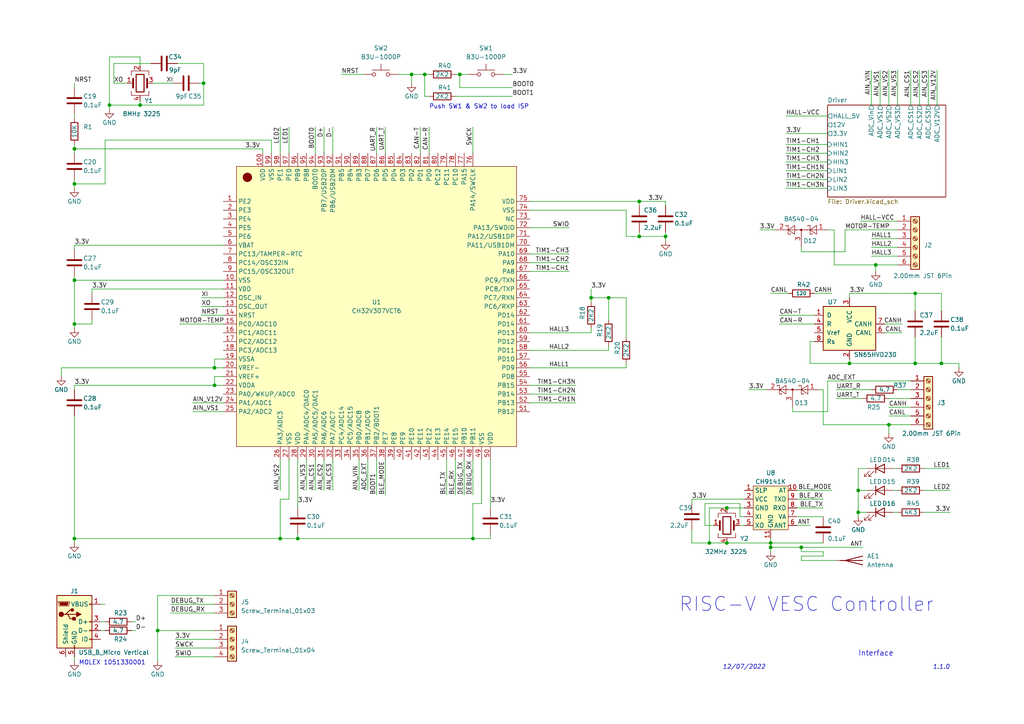
<source format=kicad_sch>
(kicad_sch (version 20220404) (generator eeschema)
  (paper "A4")
  (lib_symbols
    (symbol "BLDC_Library:CH32V307VCT6"
      (property "Reference" "U" (at 0 -1.27 0))
      (property "Value" "CH32V307VCT6" (at 0 1.27 0))
      (symbol "CH32V307VCT6_1_1"
        (pin bidirectional line (at -44.45 30.48 0) (length 3.81) (name "PE2") (number "1"))
        (pin power_in line (at -44.45 7.62 0) (length 3.81) (name "VSS") (number "10"))
        (pin power_in line (at -33.02 44.45 270) (length 3.81) (name "VDD") (number "100"))
        (pin power_in line (at -44.45 5.08 0) (length 3.81) (name "VDD") (number "11"))
        (pin bidirectional line (at -44.45 2.54 0) (length 3.81) (name "OSC_IN") (number "12"))
        (pin bidirectional line (at -44.45 0 0) (length 3.81) (name "OSC_OUT") (number "13"))
        (pin bidirectional line (at -44.45 -2.54 0) (length 3.81) (name "NRST") (number "14"))
        (pin bidirectional line (at -44.45 -5.08 0) (length 3.81) (name "PC0/ADC10") (number "15"))
        (pin bidirectional line (at -44.45 -7.62 0) (length 3.81) (name "PC1/ADC11") (number "16"))
        (pin bidirectional line (at -44.45 -10.16 0) (length 3.81) (name "PC2/ADC12") (number "17"))
        (pin bidirectional line (at -44.45 -12.7 0) (length 3.81) (name "PC3/ADC13") (number "18"))
        (pin power_in line (at -44.45 -15.24 0) (length 3.81) (name "VSSA") (number "19"))
        (pin bidirectional line (at -44.45 27.94 0) (length 3.81) (name "PE3") (number "2"))
        (pin power_in line (at -44.45 -17.78 0) (length 3.81) (name "VREF-") (number "20"))
        (pin power_in line (at -44.45 -20.32 0) (length 3.81) (name "VREF+") (number "21"))
        (pin power_in line (at -44.45 -22.86 0) (length 3.81) (name "VDDA") (number "22"))
        (pin bidirectional line (at -44.45 -25.4 0) (length 3.81) (name "PA0/WKUP/ADC0") (number "23"))
        (pin bidirectional line (at -44.45 -27.94 0) (length 3.81) (name "PA1/ADC1") (number "24"))
        (pin bidirectional line (at -44.45 -30.48 0) (length 3.81) (name "PA2/ADC2") (number "25"))
        (pin bidirectional line (at -27.94 -44.45 90) (length 3.81) (name "PA3/ADC3") (number "26"))
        (pin power_in line (at -25.4 -44.45 90) (length 3.81) (name "VSS") (number "27"))
        (pin power_in line (at -22.86 -44.45 90) (length 3.81) (name "VDD") (number "28"))
        (pin bidirectional line (at -20.32 -44.45 90) (length 3.81) (name "PA4/ADC4/DAC0") (number "29"))
        (pin bidirectional line (at -44.45 25.4 0) (length 3.81) (name "PE4") (number "3"))
        (pin bidirectional line (at -17.78 -44.45 90) (length 3.81) (name "PA5/ADC5/DAC1") (number "30"))
        (pin bidirectional line (at -15.24 -44.45 90) (length 3.81) (name "PA6/ADC6") (number "31"))
        (pin bidirectional line (at -12.7 -44.45 90) (length 3.81) (name "PA7/ADC7") (number "32"))
        (pin bidirectional line (at -10.16 -44.45 90) (length 3.81) (name "PC4/ADC14") (number "33"))
        (pin bidirectional line (at -7.62 -44.45 90) (length 3.81) (name "PC5/ADC15") (number "34"))
        (pin bidirectional line (at -5.08 -44.45 90) (length 3.81) (name "PB0/ADC8") (number "35"))
        (pin bidirectional line (at -2.54 -44.45 90) (length 3.81) (name "PB1/ADC9") (number "36"))
        (pin bidirectional line (at 0 -44.45 90) (length 3.81) (name "PB2/BOOT1") (number "37"))
        (pin bidirectional line (at 2.54 -44.45 90) (length 3.81) (name "PE7") (number "38"))
        (pin bidirectional line (at 5.08 -44.45 90) (length 3.81) (name "PE8") (number "39"))
        (pin bidirectional line (at -44.45 22.86 0) (length 3.81) (name "PE5") (number "4"))
        (pin bidirectional line (at 7.62 -44.45 90) (length 3.81) (name "PE9") (number "40"))
        (pin bidirectional line (at 10.16 -44.45 90) (length 3.81) (name "PE10") (number "41"))
        (pin bidirectional line (at 12.7 -44.45 90) (length 3.81) (name "PE11") (number "42"))
        (pin bidirectional line (at 15.24 -44.45 90) (length 3.81) (name "PE12") (number "43"))
        (pin bidirectional line (at 17.78 -44.45 90) (length 3.81) (name "PE13") (number "44"))
        (pin bidirectional line (at 20.32 -44.45 90) (length 3.81) (name "PE14") (number "45"))
        (pin bidirectional line (at 22.86 -44.45 90) (length 3.81) (name "PE15") (number "46"))
        (pin bidirectional line (at 25.4 -44.45 90) (length 3.81) (name "PB10") (number "47"))
        (pin bidirectional line (at 27.94 -44.45 90) (length 3.81) (name "PB11") (number "48"))
        (pin power_in line (at 30.48 -44.45 90) (length 3.81) (name "VSS") (number "49"))
        (pin bidirectional line (at -44.45 20.32 0) (length 3.81) (name "PE6") (number "5"))
        (pin power_in line (at 33.02 -44.45 90) (length 3.81) (name "VDD") (number "50"))
        (pin bidirectional line (at 44.45 -30.48 180) (length 3.81) (name "PB12") (number "51"))
        (pin bidirectional line (at 44.45 -27.94 180) (length 3.81) (name "PB13") (number "52"))
        (pin bidirectional line (at 44.45 -25.4 180) (length 3.81) (name "PB14") (number "53"))
        (pin bidirectional line (at 44.45 -22.86 180) (length 3.81) (name "PB15") (number "54"))
        (pin bidirectional line (at 44.45 -20.32 180) (length 3.81) (name "PD8") (number "55"))
        (pin bidirectional line (at 44.45 -17.78 180) (length 3.81) (name "PD9") (number "56"))
        (pin bidirectional line (at 44.45 -15.24 180) (length 3.81) (name "PD10") (number "57"))
        (pin bidirectional line (at 44.45 -12.7 180) (length 3.81) (name "PD11") (number "58"))
        (pin bidirectional line (at 44.45 -10.16 180) (length 3.81) (name "PD12") (number "59"))
        (pin power_in line (at -44.45 17.78 0) (length 3.81) (name "VBAT") (number "6"))
        (pin bidirectional line (at 44.45 -7.62 180) (length 3.81) (name "PD13") (number "60"))
        (pin bidirectional line (at 44.45 -5.08 180) (length 3.81) (name "PD14") (number "61"))
        (pin bidirectional line (at 44.45 -2.54 180) (length 3.81) (name "PD14") (number "62"))
        (pin bidirectional line (at 44.45 0 180) (length 3.81) (name "PC6/RXP") (number "63"))
        (pin bidirectional line (at 44.45 2.54 180) (length 3.81) (name "PC7/RXN") (number "64"))
        (pin bidirectional line (at 44.45 5.08 180) (length 3.81) (name "PC8/TXP") (number "65"))
        (pin bidirectional line (at 44.45 7.62 180) (length 3.81) (name "PC9/TXN") (number "66"))
        (pin bidirectional line (at 44.45 10.16 180) (length 3.81) (name "PA8") (number "67"))
        (pin bidirectional line (at 44.45 12.7 180) (length 3.81) (name "PA9") (number "68"))
        (pin bidirectional line (at 44.45 15.24 180) (length 3.81) (name "PA10") (number "69"))
        (pin bidirectional line (at -44.45 15.24 0) (length 3.81) (name "PC13/TAMPER-RTC") (number "7"))
        (pin bidirectional line (at 44.45 17.78 180) (length 3.81) (name "PA11/USB1DM") (number "70"))
        (pin bidirectional line (at 44.45 20.32 180) (length 3.81) (name "PA12/USB1DP") (number "71"))
        (pin bidirectional line (at 44.45 22.86 180) (length 3.81) (name "PA13/SWDIO") (number "72"))
        (pin passive line (at 44.45 25.4 180) (length 3.81) (name "NC") (number "73"))
        (pin power_in line (at 44.45 27.94 180) (length 3.81) (name "VSS") (number "74"))
        (pin power_in line (at 44.45 30.48 180) (length 3.81) (name "VDD") (number "75"))
        (pin bidirectional line (at 27.94 44.45 270) (length 3.81) (name "PA14/SWCLK") (number "76"))
        (pin bidirectional line (at 25.4 44.45 270) (length 3.81) (name "PA15") (number "77"))
        (pin bidirectional line (at 22.86 44.45 270) (length 3.81) (name "PC10") (number "78"))
        (pin bidirectional line (at 20.32 44.45 270) (length 3.81) (name "PC11") (number "79"))
        (pin bidirectional line (at -44.45 12.7 0) (length 3.81) (name "PC14/OSC32IN") (number "8"))
        (pin bidirectional line (at 17.78 44.45 270) (length 3.81) (name "PC12") (number "80"))
        (pin bidirectional line (at 15.24 44.45 270) (length 3.81) (name "PD0") (number "81"))
        (pin bidirectional line (at 12.7 44.45 270) (length 3.81) (name "PD1") (number "82"))
        (pin bidirectional line (at 10.16 44.45 270) (length 3.81) (name "PD2") (number "83"))
        (pin bidirectional line (at 7.62 44.45 270) (length 3.81) (name "PD3") (number "84"))
        (pin bidirectional line (at 5.08 44.45 270) (length 3.81) (name "PD4") (number "85"))
        (pin bidirectional line (at 2.54 44.45 270) (length 3.81) (name "PD5") (number "86"))
        (pin bidirectional line (at 0 44.45 270) (length 3.81) (name "PD6") (number "87"))
        (pin bidirectional line (at -2.54 44.45 270) (length 3.81) (name "PD7") (number "88"))
        (pin bidirectional line (at -5.08 44.45 270) (length 3.81) (name "PB3") (number "89"))
        (pin bidirectional line (at -44.45 10.16 0) (length 3.81) (name "PC15/OSC32OUT") (number "9"))
        (pin bidirectional line (at -7.62 44.45 270) (length 3.81) (name "PB4") (number "90"))
        (pin bidirectional line (at -10.16 44.45 270) (length 3.81) (name "PB5") (number "91"))
        (pin bidirectional line (at -12.7 44.45 270) (length 3.81) (name "PB6/USB2DM") (number "92"))
        (pin bidirectional line (at -15.24 44.45 270) (length 3.81) (name "PB7/USB2DP") (number "93"))
        (pin bidirectional line (at -17.78 44.45 270) (length 3.81) (name "BOOT0") (number "94"))
        (pin bidirectional line (at -20.32 44.45 270) (length 3.81) (name "PB8") (number "95"))
        (pin bidirectional line (at -22.86 44.45 270) (length 3.81) (name "PB9") (number "96"))
        (pin bidirectional line (at -25.4 44.45 270) (length 3.81) (name "PE0") (number "97"))
        (pin bidirectional line (at -27.94 44.45 270) (length 3.81) (name "PE1") (number "98"))
        (pin power_in line (at -30.48 44.45 270) (length 3.81) (name "VSS") (number "99"))
      )
    )
    (symbol "BLDC_Library:CH9141K"
      (property "Reference" "U?" (at 0 10.16 0))
      (property "Value" "CH9141K" (at 0 7.62 0))
      (symbol "CH9141K_1_1"
        (pin input line (at -7.62 3.81 0) (length 2.54) (name "SLP") (number "1"))
        (pin input line (at 7.62 3.81 180) (length 2.54) (name "AT") (number "10"))
        (pin power_in line (at 0 -10.16 90) (length 2.54) (name "GND") (number "11"))
        (pin power_in line (at -7.62 1.27 0) (length 2.54) (name "VCC") (number "2"))
        (pin power_in line (at -7.62 -1.27 0) (length 2.54) (name "GND") (number "3"))
        (pin input line (at -7.62 -3.81 0) (length 2.54) (name "XI") (number "4"))
        (pin input line (at -7.62 -6.35 0) (length 2.54) (name "XO") (number "5"))
        (pin output line (at 7.62 -6.35 180) (length 2.54) (name "ANT") (number "6"))
        (pin input line (at 7.62 -3.81 180) (length 2.54) (name "VA") (number "7"))
        (pin input line (at 7.62 -1.27 180) (length 2.54) (name "RXD") (number "8"))
        (pin output line (at 7.62 1.27 180) (length 2.54) (name "TXD") (number "9"))
      )
    )
    (symbol "Connector:Screw_Terminal_01x03" (pin_names (offset 1.016) hide)
      (property "Reference" "J" (at 0 5.08 0))
      (property "Value" "Screw_Terminal_01x03" (at 0 -5.08 0))
      (symbol "Screw_Terminal_01x03_1_1"
        (pin passive line (at -5.08 2.54 0) (length 3.81) (name "Pin_1") (number "1"))
        (pin passive line (at -5.08 0 0) (length 3.81) (name "Pin_2") (number "2"))
        (pin passive line (at -5.08 -2.54 0) (length 3.81) (name "Pin_3") (number "3"))
      )
    )
    (symbol "Connector:Screw_Terminal_01x04" (pin_names (offset 1.016) hide)
      (property "Reference" "J" (at 0 5.08 0))
      (property "Value" "Screw_Terminal_01x04" (at 0 -7.62 0))
      (symbol "Screw_Terminal_01x04_1_1"
        (pin passive line (at -5.08 2.54 0) (length 3.81) (name "Pin_1") (number "1"))
        (pin passive line (at -5.08 0 0) (length 3.81) (name "Pin_2") (number "2"))
        (pin passive line (at -5.08 -2.54 0) (length 3.81) (name "Pin_3") (number "3"))
        (pin passive line (at -5.08 -5.08 0) (length 3.81) (name "Pin_4") (number "4"))
      )
    )
    (symbol "Connector:Screw_Terminal_01x06" (pin_names (offset 1.016) hide)
      (property "Reference" "J" (at 0 7.62 0))
      (property "Value" "Screw_Terminal_01x06" (at 0 -10.16 0))
      (symbol "Screw_Terminal_01x06_1_1"
        (pin passive line (at -5.08 5.08 0) (length 3.81) (name "Pin_1") (number "1"))
        (pin passive line (at -5.08 2.54 0) (length 3.81) (name "Pin_2") (number "2"))
        (pin passive line (at -5.08 0 0) (length 3.81) (name "Pin_3") (number "3"))
        (pin passive line (at -5.08 -2.54 0) (length 3.81) (name "Pin_4") (number "4"))
        (pin passive line (at -5.08 -5.08 0) (length 3.81) (name "Pin_5") (number "5"))
        (pin passive line (at -5.08 -7.62 0) (length 3.81) (name "Pin_6") (number "6"))
      )
    )
    (symbol "Connector:USB_B_Micro" (pin_names (offset 1.016))
      (property "Reference" "J" (at -5.08 11.43 0))
      (property "Value" "USB_B_Micro" (at -5.08 8.89 0))
      (symbol "USB_B_Micro_1_1"
        (pin power_out line (at 7.62 5.08 180) (length 2.54) (name "VBUS") (number "1"))
        (pin bidirectional line (at 7.62 -2.54 180) (length 2.54) (name "D-") (number "2"))
        (pin bidirectional line (at 7.62 0 180) (length 2.54) (name "D+") (number "3"))
        (pin passive line (at 7.62 -5.08 180) (length 2.54) (name "ID") (number "4"))
        (pin power_out line (at 0 -10.16 90) (length 2.54) (name "GND") (number "5"))
        (pin passive line (at -2.54 -10.16 90) (length 2.54) (name "Shield") (number "6"))
      )
    )
    (symbol "Device:Antenna" (pin_numbers hide) (pin_names (offset 1.016) hide)
      (property "Reference" "AE" (at -1.905 1.905 0))
      (property "Value" "Antenna" (at -1.905 0 0))
      (symbol "Antenna_1_1"
        (pin input line (at 0 -5.08 90) (length 2.54) (name "A") (number "1"))
      )
    )
    (symbol "Device:C" (pin_numbers hide) (pin_names (offset 0.254))
      (property "Reference" "C" (at 0.635 2.54 0))
      (property "Value" "C" (at 0.635 -2.54 0))
      (symbol "C_1_1"
        (pin passive line (at 0 3.81 270) (length 2.794) (name "~") (number "1"))
        (pin passive line (at 0 -3.81 90) (length 2.794) (name "~") (number "2"))
      )
    )
    (symbol "Device:Crystal_GND24" (pin_names (offset 1.016) hide)
      (property "Reference" "Y" (at 3.175 5.08 0))
      (property "Value" "Crystal_GND24" (at 3.175 3.175 0))
      (symbol "Crystal_GND24_1_1"
        (pin passive line (at -3.81 0 0) (length 1.27) (name "1") (number "1"))
        (pin passive line (at 0 5.08 270) (length 1.27) (name "2") (number "2"))
        (pin passive line (at 3.81 0 180) (length 1.27) (name "3") (number "3"))
        (pin passive line (at 0 -5.08 90) (length 1.27) (name "4") (number "4"))
      )
    )
    (symbol "Device:LED" (pin_numbers hide) (pin_names (offset 1.016) hide)
      (property "Reference" "D" (at 0 2.54 0))
      (property "Value" "LED" (at 0 -2.54 0))
      (symbol "LED_1_1"
        (pin passive line (at -3.81 0 0) (length 2.54) (name "K") (number "1"))
        (pin passive line (at 3.81 0 180) (length 2.54) (name "A") (number "2"))
      )
    )
    (symbol "Device:R" (pin_numbers hide) (pin_names (offset 0))
      (property "Reference" "R" (at 2.032 0 90))
      (property "Value" "R" (at 0 0 90))
      (symbol "R_1_1"
        (pin passive line (at 0 3.81 270) (length 1.27) (name "~") (number "1"))
        (pin passive line (at 0 -3.81 90) (length 1.27) (name "~") (number "2"))
      )
    )
    (symbol "Diode:BAS40-04" (pin_names (offset 1.016))
      (property "Reference" "D" (at 0.635 -1.27 0))
      (property "Value" "BAS40-04" (at -6.35 5.715 0))
      (symbol "BAS40-04_1_1"
        (pin passive line (at -7.62 2.54 0) (length 3.81) (name "~") (number "1"))
        (pin passive line (at 7.62 2.54 180) (length 3.81) (name "~") (number "2"))
        (pin passive line (at 0 -2.54 90) (length 5.08) (name "~") (number "3"))
      )
    )
    (symbol "Interface_CAN_LIN:SN65HVD230" (pin_names (offset 1.016))
      (property "Reference" "U" (at -2.54 10.16 0))
      (property "Value" "SN65HVD230" (at -2.54 7.62 0))
      (symbol "SN65HVD230_1_1"
        (pin input line (at -10.16 2.54 0) (length 2.54) (name "D") (number "1"))
        (pin power_in line (at 0 -10.16 90) (length 2.54) (name "GND") (number "2"))
        (pin power_in line (at 0 7.62 270) (length 2.54) (name "VCC") (number "3"))
        (pin output line (at -10.16 0 0) (length 2.54) (name "R") (number "4"))
        (pin output line (at -10.16 -2.54 0) (length 2.54) (name "Vref") (number "5"))
        (pin bidirectional line (at 10.16 -2.54 180) (length 2.54) (name "CANL") (number "6"))
        (pin bidirectional line (at 10.16 0 180) (length 2.54) (name "CANH") (number "7"))
        (pin input line (at -10.16 -5.08 0) (length 2.54) (name "Rs") (number "8"))
      )
    )
    (symbol "Switch:SW_Push" (pin_numbers hide) (pin_names (offset 1.016) hide)
      (property "Reference" "SW" (at 1.27 2.54 0))
      (property "Value" "SW_Push" (at 0 -1.524 0))
      (symbol "SW_Push_0_1"
        (pin passive line (at -5.08 0 0) (length 2.54) (name "1") (number "1"))
        (pin passive line (at 5.08 0 180) (length 2.54) (name "2") (number "2"))
      )
    )
    (symbol "power:GND" (power) (pin_numbers hide) (pin_names (offset 0) hide)
      (property "Value" "GND" (at 0 -3.81 0))
      (symbol "GND_1_1"
        (pin power_in line (at 0 0 270) (length 0) hide (name "GND") (number "1"))
      )
    )
  )
  (junction (at 62.23 106.68))
  (junction (at 123.19 21.59))
  (junction (at 210.82 147.32))
  (junction (at 31.75 30.48))
  (junction (at 232.41 158.75))
  (junction (at 248.92 142.24))
  (junction (at 137.16 156.21))
  (junction (at 223.52 158.75))
  (junction (at 21.59 53.34))
  (junction (at 21.59 43.18))
  (junction (at 176.53 86.36))
  (junction (at 185.42 68.58))
  (junction (at 171.45 86.36))
  (junction (at 257.81 123.19))
  (junction (at 185.42 58.42))
  (junction (at 248.92 148.59))
  (junction (at 40.64 30.48))
  (junction (at 59.055 24.13))
  (junction (at 210.82 157.48))
  (junction (at 193.04 68.58))
  (junction (at 133.35 21.59))
  (junction (at 273.05 105.41))
  (junction (at 265.43 85.09))
  (junction (at 246.38 105.41))
  (junction (at 45.72 182.88))
  (junction (at 205.74 157.48))
  (junction (at 62.23 111.76))
  (junction (at 265.43 105.41))
  (junction (at 86.36 156.21))
  (junction (at 254 76.835))
  (junction (at 223.52 157.48))
  (junction (at 119.38 21.59))
  (junction (at 21.59 156.21))
  (junction (at 21.59 81.28))
  (junction (at 81.28 156.21))
  (junction (at 21.59 93.98))
  (wire (pts (xy 119.38 21.59) (xy 123.19 21.59)))
  (wire (pts (xy 223.52 157.48) (xy 238.76 157.48)))
  (wire (pts (xy 264.16 20.32) (xy 264.16 30.48)))
  (wire (pts (xy 176.53 86.36) (xy 171.45 86.36)))
  (wire (pts (xy 176.53 92.71) (xy 176.53 86.36)))
  (wire (pts (xy 210.82 147.32) (xy 215.9 147.32)))
  (wire (pts (xy 45.72 172.72) (xy 45.72 182.88)))
  (wire (pts (xy 26.67 83.82) (xy 26.67 85.09)))
  (wire (pts (xy 242.57 113.03) (xy 252.73 113.03)))
  (wire (pts (xy 21.59 81.28) (xy 64.77 81.28)))
  (wire (pts (xy 81.28 133.35) (xy 81.28 142.24)))
  (wire (pts (xy 232.41 161.29) (xy 238.76 161.29)))
  (wire (pts (xy 249.555 64.135) (xy 260.35 64.135)))
  (wire (pts (xy 241.3 142.24) (xy 231.14 142.24)))
  (wire (pts (xy 129.54 133.35) (xy 129.54 143.51)))
  (wire (pts (xy 210.82 147.32) (xy 205.74 147.32)))
  (wire (pts (xy 91.44 36.83) (xy 91.44 44.45)))
  (wire (pts (xy 204.47 152.4) (xy 207.01 152.4)))
  (wire (pts (xy 257.81 123.19) (xy 264.16 123.19)))
  (wire (pts (xy 242.57 115.57) (xy 250.19 115.57)))
  (wire (pts (xy 142.24 156.21) (xy 137.16 156.21)))
  (wire (pts (xy 248.92 135.89) (xy 248.92 142.24)))
  (wire (pts (xy 257.81 118.11) (xy 264.16 118.11)))
  (wire (pts (xy 59.055 18.415) (xy 59.055 24.13)))
  (wire (pts (xy 265.43 90.17) (xy 265.43 85.09)))
  (wire (pts (xy 109.22 133.35) (xy 109.22 143.51)))
  (wire (pts (xy 21.59 120.65) (xy 21.59 156.21)))
  (wire (pts (xy 21.59 93.98) (xy 21.59 81.28)))
  (wire (pts (xy 62.23 109.22) (xy 62.23 111.76)))
  (wire (pts (xy 167.005 114.3) (xy 153.67 114.3)))
  (wire (pts (xy 200.66 144.78) (xy 200.66 146.05)))
  (wire (pts (xy 21.59 93.98) (xy 21.59 95.25)))
  (wire (pts (xy 236.22 85.09) (xy 241.3 85.09)))
  (wire (pts (xy 21.59 33.02) (xy 21.59 34.29)))
  (wire (pts (xy 62.23 106.68) (xy 17.78 106.68)))
  (wire (pts (xy 226.06 91.44) (xy 236.22 91.44)))
  (wire (pts (xy 234.95 99.06) (xy 236.22 99.06)))
  (wire (pts (xy 55.88 119.38) (xy 64.77 119.38)))
  (wire (pts (xy 240.03 119.38) (xy 229.87 119.38)))
  (wire (pts (xy 83.82 36.83) (xy 83.82 44.45)))
  (wire (pts (xy 21.59 71.12) (xy 64.77 71.12)))
  (wire (pts (xy 254 76.835) (xy 260.35 76.835)))
  (wire (pts (xy 40.64 16.51) (xy 40.64 19.05)))
  (wire (pts (xy 29.21 175.26) (xy 30.48 175.26)))
  (wire (pts (xy 181.61 97.79) (xy 181.61 86.36)))
  (wire (pts (xy 96.52 133.35) (xy 96.52 142.24)))
  (wire (pts (xy 139.7 133.35) (xy 139.7 146.05)))
  (wire (pts (xy 64.77 111.76) (xy 62.23 111.76)))
  (wire (pts (xy 246.38 85.09) (xy 246.38 86.36)))
  (wire (pts (xy 271.78 20.32) (xy 271.78 30.48)))
  (wire (pts (xy 52.07 93.98) (xy 64.77 93.98)))
  (wire (pts (xy 31.75 16.51) (xy 31.75 30.48)))
  (wire (pts (xy 252.73 20.32) (xy 252.73 30.48)))
  (wire (pts (xy 142.24 154.94) (xy 142.24 156.21)))
  (wire (pts (xy 38.1 180.34) (xy 39.37 180.34)))
  (wire (pts (xy 30.48 40.64) (xy 78.74 40.64)))
  (wire (pts (xy 226.06 93.98) (xy 236.22 93.98)))
  (wire (pts (xy 252.73 69.215) (xy 260.35 69.215)))
  (wire (pts (xy 133.35 25.4) (xy 133.35 21.59)))
  (wire (pts (xy 132.08 133.35) (xy 132.08 143.51)))
  (wire (pts (xy 165.1 76.2) (xy 153.67 76.2)))
  (wire (pts (xy 81.28 156.21) (xy 21.59 156.21)))
  (wire (pts (xy 26.67 92.71) (xy 26.67 93.98)))
  (wire (pts (xy 273.05 97.79) (xy 273.05 105.41)))
  (wire (pts (xy 133.35 21.59) (xy 135.89 21.59)))
  (wire (pts (xy 93.98 133.35) (xy 93.98 142.24)))
  (wire (pts (xy 123.19 21.59) (xy 124.46 21.59)))
  (wire (pts (xy 59.055 30.48) (xy 59.055 24.13)))
  (wire (pts (xy 119.38 21.59) (xy 119.38 24.13)))
  (wire (pts (xy 31.75 30.48) (xy 31.75 31.75)))
  (wire (pts (xy 50.8 190.5) (xy 62.23 190.5)))
  (wire (pts (xy 26.67 93.98) (xy 21.59 93.98)))
  (wire (pts (xy 132.08 21.59) (xy 133.35 21.59)))
  (wire (pts (xy 76.2 43.18) (xy 76.2 44.45)))
  (wire (pts (xy 193.04 58.42) (xy 193.04 59.69)))
  (wire (pts (xy 40.64 29.21) (xy 40.64 30.48)))
  (wire (pts (xy 153.67 66.04) (xy 165.1 66.04)))
  (wire (pts (xy 59.055 24.13) (xy 57.785 24.13)))
  (wire (pts (xy 238.76 161.29) (xy 238.76 160.02)))
  (wire (pts (xy 176.53 100.33) (xy 176.53 101.6)))
  (wire (pts (xy 232.41 158.75) (xy 232.41 160.02)))
  (wire (pts (xy 227.965 33.655) (xy 240.03 33.655)))
  (wire (pts (xy 124.46 27.94) (xy 123.19 27.94)))
  (wire (pts (xy 223.52 158.75) (xy 232.41 158.75)))
  (wire (pts (xy 248.92 142.24) (xy 248.92 148.59)))
  (wire (pts (xy 232.41 162.56) (xy 232.41 161.29)))
  (wire (pts (xy 109.22 36.83) (xy 109.22 44.45)))
  (wire (pts (xy 223.52 157.48) (xy 223.52 158.75)))
  (wire (pts (xy 31.75 30.48) (xy 40.64 30.48)))
  (wire (pts (xy 148.59 25.4) (xy 133.35 25.4)))
  (wire (pts (xy 21.59 80.01) (xy 21.59 81.28)))
  (wire (pts (xy 245.11 66.675) (xy 260.35 66.675)))
  (wire (pts (xy 240.03 66.675) (xy 241.935 66.675)))
  (wire (pts (xy 260.35 113.03) (xy 264.16 113.03)))
  (wire (pts (xy 227.965 52.07) (xy 240.03 52.07)))
  (wire (pts (xy 185.42 68.58) (xy 193.04 68.58)))
  (wire (pts (xy 193.04 67.31) (xy 193.04 68.58)))
  (wire (pts (xy 21.59 54.61) (xy 21.59 53.34)))
  (wire (pts (xy 44.45 24.13) (xy 50.165 24.13)))
  (wire (pts (xy 238.76 113.03) (xy 238.76 123.19)))
  (wire (pts (xy 81.28 36.83) (xy 81.28 44.45)))
  (wire (pts (xy 142.24 133.35) (xy 142.24 147.32)))
  (wire (pts (xy 40.64 30.48) (xy 59.055 30.48)))
  (wire (pts (xy 123.19 27.94) (xy 123.19 21.59)))
  (wire (pts (xy 165.1 73.66) (xy 153.67 73.66)))
  (wire (pts (xy 153.67 60.96) (xy 181.61 60.96)))
  (wire (pts (xy 214.63 149.86) (xy 214.63 146.05)))
  (wire (pts (xy 171.45 95.25) (xy 171.45 96.52)))
  (wire (pts (xy 115.57 21.59) (xy 119.38 21.59)))
  (wire (pts (xy 153.67 101.6) (xy 176.53 101.6)))
  (wire (pts (xy 266.7 20.32) (xy 266.7 30.48)))
  (wire (pts (xy 200.66 144.78) (xy 215.9 144.78)))
  (wire (pts (xy 204.47 146.05) (xy 204.47 152.4)))
  (wire (pts (xy 205.74 147.32) (xy 205.74 157.48)))
  (wire (pts (xy 64.77 106.68) (xy 62.23 106.68)))
  (wire (pts (xy 259.08 142.24) (xy 260.35 142.24)))
  (wire (pts (xy 49.53 177.8) (xy 62.23 177.8)))
  (wire (pts (xy 165.1 78.74) (xy 153.67 78.74)))
  (wire (pts (xy 137.16 36.83) (xy 137.16 44.45)))
  (wire (pts (xy 214.63 146.05) (xy 204.47 146.05)))
  (wire (pts (xy 231.14 147.32) (xy 238.76 147.32)))
  (wire (pts (xy 227.965 49.53) (xy 240.03 49.53)))
  (wire (pts (xy 86.36 154.94) (xy 86.36 156.21)))
  (wire (pts (xy 241.935 66.675) (xy 241.935 76.835)))
  (wire (pts (xy 30.48 53.34) (xy 21.59 53.34)))
  (wire (pts (xy 193.04 69.85) (xy 193.04 68.58)))
  (wire (pts (xy 45.72 182.88) (xy 62.23 182.88)))
  (wire (pts (xy 81.28 144.78) (xy 81.28 156.21)))
  (wire (pts (xy 267.97 142.24) (xy 275.59 142.24)))
  (wire (pts (xy 137.16 133.35) (xy 137.16 143.51)))
  (wire (pts (xy 64.77 104.14) (xy 62.23 104.14)))
  (wire (pts (xy 167.005 111.76) (xy 153.67 111.76)))
  (wire (pts (xy 49.53 175.26) (xy 62.23 175.26)))
  (wire (pts (xy 255.27 20.32) (xy 255.27 30.48)))
  (wire (pts (xy 83.82 144.78) (xy 81.28 144.78)))
  (wire (pts (xy 227.965 54.61) (xy 240.03 54.61)))
  (wire (pts (xy 88.9 133.35) (xy 88.9 142.24)))
  (wire (pts (xy 273.05 85.09) (xy 265.43 85.09)))
  (wire (pts (xy 21.59 157.48) (xy 21.59 156.21)))
  (wire (pts (xy 181.61 86.36) (xy 176.53 86.36)))
  (wire (pts (xy 21.59 41.91) (xy 21.59 43.18)))
  (wire (pts (xy 241.935 76.835) (xy 254 76.835)))
  (wire (pts (xy 251.46 135.89) (xy 248.92 135.89)))
  (wire (pts (xy 267.97 148.59) (xy 275.59 148.59)))
  (wire (pts (xy 232.41 71.755) (xy 232.41 73.025)))
  (wire (pts (xy 232.41 160.02) (xy 238.76 160.02)))
  (wire (pts (xy 21.59 44.45) (xy 21.59 43.18)))
  (wire (pts (xy 171.45 83.82) (xy 171.45 86.36)))
  (wire (pts (xy 267.97 135.89) (xy 275.59 135.89)))
  (wire (pts (xy 278.13 106.68) (xy 278.13 105.41)))
  (wire (pts (xy 234.95 99.06) (xy 234.95 105.41)))
  (wire (pts (xy 43.815 18.415) (xy 33.02 18.415)))
  (wire (pts (xy 223.52 85.09) (xy 228.6 85.09)))
  (wire (pts (xy 58.42 86.36) (xy 64.77 86.36)))
  (wire (pts (xy 83.82 133.35) (xy 83.82 144.78)))
  (wire (pts (xy 50.8 185.42) (xy 62.23 185.42)))
  (wire (pts (xy 223.52 160.02) (xy 223.52 158.75)))
  (wire (pts (xy 181.61 60.96) (xy 181.61 68.58)))
  (wire (pts (xy 153.67 96.52) (xy 171.45 96.52)))
  (wire (pts (xy 227.965 41.91) (xy 240.03 41.91)))
  (wire (pts (xy 21.59 111.76) (xy 21.59 113.03)))
  (wire (pts (xy 106.68 133.35) (xy 106.68 142.24)))
  (wire (pts (xy 181.61 68.58) (xy 185.42 68.58)))
  (wire (pts (xy 29.21 180.34) (xy 30.48 180.34)))
  (wire (pts (xy 50.8 187.96) (xy 62.23 187.96)))
  (wire (pts (xy 33.02 24.13) (xy 36.83 24.13)))
  (wire (pts (xy 171.45 86.36) (xy 171.45 87.63)))
  (wire (pts (xy 21.59 72.39) (xy 21.59 71.12)))
  (wire (pts (xy 111.76 36.83) (xy 111.76 44.45)))
  (wire (pts (xy 104.14 133.35) (xy 104.14 142.24)))
  (wire (pts (xy 40.64 16.51) (xy 31.75 16.51)))
  (wire (pts (xy 250.19 158.75) (xy 232.41 158.75)))
  (wire (pts (xy 86.36 156.21) (xy 137.16 156.21)))
  (wire (pts (xy 181.61 105.41) (xy 181.61 106.68)))
  (wire (pts (xy 278.13 105.41) (xy 273.05 105.41)))
  (wire (pts (xy 205.74 157.48) (xy 210.82 157.48)))
  (wire (pts (xy 17.78 106.68) (xy 17.78 109.22)))
  (wire (pts (xy 62.23 104.14) (xy 62.23 106.68)))
  (wire (pts (xy 256.54 93.98) (xy 261.62 93.98)))
  (wire (pts (xy 215.9 149.86) (xy 214.63 149.86)))
  (wire (pts (xy 185.42 58.42) (xy 185.42 59.69)))
  (wire (pts (xy 227.965 38.735) (xy 240.03 38.735)))
  (wire (pts (xy 257.81 125.73) (xy 257.81 123.19)))
  (wire (pts (xy 38.1 182.88) (xy 39.37 182.88)))
  (wire (pts (xy 45.72 182.88) (xy 45.72 191.77)))
  (wire (pts (xy 232.41 162.56) (xy 242.57 162.56)))
  (wire (pts (xy 111.76 133.35) (xy 111.76 143.51)))
  (wire (pts (xy 132.08 27.94) (xy 148.59 27.94)))
  (wire (pts (xy 78.74 44.45) (xy 78.74 40.64)))
  (wire (pts (xy 86.36 156.21) (xy 81.28 156.21)))
  (wire (pts (xy 33.02 18.415) (xy 33.02 24.13)))
  (wire (pts (xy 264.16 110.49) (xy 240.03 110.49)))
  (wire (pts (xy 64.77 109.22) (xy 62.23 109.22)))
  (wire (pts (xy 259.08 135.89) (xy 260.35 135.89)))
  (wire (pts (xy 153.67 58.42) (xy 185.42 58.42)))
  (wire (pts (xy 245.11 73.025) (xy 245.11 66.675)))
  (wire (pts (xy 238.76 123.19) (xy 257.81 123.19)))
  (wire (pts (xy 223.52 157.48) (xy 223.52 156.21)))
  (wire (pts (xy 185.42 58.42) (xy 193.04 58.42)))
  (wire (pts (xy 200.66 157.48) (xy 205.74 157.48)))
  (wire (pts (xy 148.59 21.59) (xy 146.05 21.59)))
  (wire (pts (xy 26.67 83.82) (xy 64.77 83.82)))
  (wire (pts (xy 134.62 133.35) (xy 134.62 143.51)))
  (wire (pts (xy 246.38 105.41) (xy 265.43 105.41)))
  (wire (pts (xy 214.63 152.4) (xy 215.9 152.4)))
  (wire (pts (xy 121.92 36.83) (xy 121.92 44.45)))
  (wire (pts (xy 21.59 52.07) (xy 21.59 53.34)))
  (wire (pts (xy 248.92 148.59) (xy 251.46 148.59)))
  (wire (pts (xy 21.59 190.5) (xy 21.59 191.77)))
  (wire (pts (xy 259.08 148.59) (xy 260.35 148.59)))
  (wire (pts (xy 260.35 20.32) (xy 260.35 30.48)))
  (wire (pts (xy 220.345 66.675) (xy 224.79 66.675)))
  (wire (pts (xy 55.88 116.84) (xy 64.77 116.84)))
  (wire (pts (xy 254 78.74) (xy 254 76.835)))
  (wire (pts (xy 21.59 43.18) (xy 76.2 43.18)))
  (wire (pts (xy 51.435 18.415) (xy 59.055 18.415)))
  (wire (pts (xy 269.24 20.32) (xy 269.24 30.48)))
  (wire (pts (xy 252.73 71.755) (xy 260.35 71.755)))
  (wire (pts (xy 30.48 40.64) (xy 30.48 53.34)))
  (wire (pts (xy 229.87 119.38) (xy 229.87 118.11)))
  (wire (pts (xy 232.41 73.025) (xy 245.11 73.025)))
  (wire (pts (xy 21.59 24.13) (xy 21.59 25.4)))
  (wire (pts (xy 124.46 36.83) (xy 124.46 44.45)))
  (wire (pts (xy 265.43 105.41) (xy 265.43 97.79)))
  (wire (pts (xy 251.46 142.24) (xy 248.92 142.24)))
  (wire (pts (xy 234.95 105.41) (xy 246.38 105.41)))
  (wire (pts (xy 185.42 67.31) (xy 185.42 68.58)))
  (wire (pts (xy 210.82 157.48) (xy 223.52 157.48)))
  (wire (pts (xy 257.81 120.65) (xy 264.16 120.65)))
  (wire (pts (xy 237.49 113.03) (xy 238.76 113.03)))
  (wire (pts (xy 45.72 172.72) (xy 62.23 172.72)))
  (wire (pts (xy 231.14 152.4) (xy 234.95 152.4)))
  (wire (pts (xy 227.965 46.99) (xy 240.03 46.99)))
  (wire (pts (xy 200.66 153.67) (xy 200.66 157.48)))
  (wire (pts (xy 231.14 144.78) (xy 238.76 144.78)))
  (wire (pts (xy 257.81 115.57) (xy 264.16 115.57)))
  (wire (pts (xy 273.05 105.41) (xy 265.43 105.41)))
  (wire (pts (xy 252.73 74.295) (xy 260.35 74.295)))
  (wire (pts (xy 246.38 104.14) (xy 246.38 105.41)))
  (wire (pts (xy 231.14 149.86) (xy 238.76 149.86)))
  (wire (pts (xy 265.43 85.09) (xy 246.38 85.09)))
  (wire (pts (xy 96.52 36.83) (xy 96.52 44.45)))
  (wire (pts (xy 227.965 44.45) (xy 240.03 44.45)))
  (wire (pts (xy 240.03 110.49) (xy 240.03 119.38)))
  (wire (pts (xy 273.05 90.17) (xy 273.05 85.09)))
  (wire (pts (xy 99.06 21.59) (xy 105.41 21.59)))
  (wire (pts (xy 58.42 88.9) (xy 64.77 88.9)))
  (wire (pts (xy 29.21 182.88) (xy 30.48 182.88)))
  (wire (pts (xy 256.54 96.52) (xy 261.62 96.52)))
  (wire (pts (xy 91.44 133.35) (xy 91.44 142.24)))
  (wire (pts (xy 93.98 36.83) (xy 93.98 44.45)))
  (wire (pts (xy 58.42 91.44) (xy 64.77 91.44)))
  (wire (pts (xy 62.23 111.76) (xy 21.59 111.76)))
  (wire (pts (xy 153.67 106.68) (xy 181.61 106.68)))
  (wire (pts (xy 167.005 116.84) (xy 153.67 116.84)))
  (wire (pts (xy 248.92 148.59) (xy 248.92 149.86)))
  (wire (pts (xy 137.16 146.05) (xy 137.16 156.21)))
  (wire (pts (xy 217.17 113.03) (xy 222.25 113.03)))
  (wire (pts (xy 86.36 133.35) (xy 86.36 147.32)))
  (wire (pts (xy 139.7 146.05) (xy 137.16 146.05)))
  (wire (pts (xy 257.81 20.32) (xy 257.81 30.48)))
  (text "Push SW1 & SW2 to load ISP" (at 124.46 31.75 0) (effects (font (size 1.27 1.27)) (justify left bottom)))
  (text "1.1.0" (at 270.51 194.31 0) (effects (font (size 1.27 1.27) italic) (justify left bottom)))
  (text "MOLEX 1051330001" (at 22.86 193.04 0) (effects (font (size 1.27 1.27)) (justify left bottom)))
  (text "Interface" (at 248.92 190.5 0) (effects (font (size 1.524 1.524)) (justify left bottom)))
  (text "RISC-V VESC Controller" (at 196.85 177.8 0) (effects (font (size 4.064 4.064)) (justify left bottom)))
  (text "12/07/2022" (at 209.55 194.31 0) (effects (font (size 1.27 1.27) italic) (justify left bottom)))
  (label "TIM1-CH3N" (at 227.965 54.61 0))
  (label "3.3V" (at 71.12 43.18 0))
  (label "BLE_TX" (at 238.76 147.32 180))
  (label "HALL1" (at 165.1 106.68 180))
  (label "TIM1-CH3" (at 227.965 46.99 0))
  (label "3.3V" (at 26.67 83.82 0))
  (label "3.3V" (at 21.59 111.76 0))
  (label "ANT" (at 250.19 158.75 180))
  (label "TIM1-CH1" (at 227.965 41.91 0))
  (label "MOTOR-TEMP" (at 52.07 93.98 0))
  (label "CAN-T" (at 121.92 36.83 270))
  (label "DEBUG_RX" (at 49.53 177.8 0))
  (label "3.3V" (at 200.66 144.78 0))
  (label "3.3V" (at 171.45 83.82 0))
  (label "HALL-VCC" (at 249.555 64.135 0))
  (label "ANT" (at 234.95 152.4 180))
  (label "AIN_VS2" (at 257.81 20.32 270))
  (label "SWIO" (at 50.8 190.5 0))
  (label "3.3V" (at 246.38 85.09 0))
  (label "TIM1-CH3" (at 165.1 73.66 180))
  (label "BOOT1" (at 148.59 27.94 0))
  (label "AIN_V12V" (at 55.88 116.84 0))
  (label "HALL3" (at 252.73 74.295 0))
  (label "3.3V" (at 227.965 38.735 0))
  (label "D+" (at 93.98 36.83 270))
  (label "CANH" (at 257.81 118.11 0))
  (label "DEBUG_TX" (at 49.53 175.26 0))
  (label "AIN_CS1" (at 264.16 20.32 270))
  (label "XO" (at 58.42 88.9 0))
  (label "AIN_V12V" (at 271.78 20.32 270))
  (label "AIN_CS3" (at 269.24 20.32 270))
  (label "HALL3" (at 165.1 96.52 180))
  (label "UART_T" (at 111.76 36.83 270))
  (label "TIM1-CH2" (at 227.965 44.45 0))
  (label "AIN_CS3" (at 96.52 142.24 90))
  (label "NRST" (at 99.06 21.59 0))
  (label "BLE_RX" (at 238.76 144.78 180))
  (label "3.3V" (at 187.96 58.42 0))
  (label "SWCK" (at 137.16 36.83 270))
  (label "3.3V" (at 148.59 21.59 0))
  (label "3.3V" (at 217.17 113.03 0))
  (label "TIM1-CH1N" (at 227.965 49.53 0))
  (label "CANL" (at 261.62 96.52 180))
  (label "ADC_EXT" (at 106.68 142.24 90))
  (label "HALL2" (at 165.1 101.6 180))
  (label "BOOT1" (at 109.22 143.51 90))
  (label "ADC_EXT" (at 240.03 110.49 0))
  (label "D-" (at 39.37 182.88 0))
  (label "XI" (at 48.26 24.13 0))
  (label "DEBUG_RX" (at 137.16 143.51 90))
  (label "3.3V" (at 275.59 148.59 180))
  (label "NRST" (at 58.42 91.44 0))
  (label "CANL" (at 223.52 85.09 0))
  (label "AIN_VS2" (at 81.28 142.24 90))
  (label "CAN-T" (at 226.06 91.44 0))
  (label "SWIO" (at 165.1 66.04 180))
  (label "BLE_MODE" (at 241.3 142.24 180))
  (label "UART_R" (at 109.22 36.83 270))
  (label "3.3V" (at 86.36 146.05 0))
  (label "AIN_CS2" (at 266.7 20.32 270))
  (label "CANL" (at 257.81 120.65 0))
  (label "3.3V" (at 142.24 146.05 0))
  (label "AIN_VIN" (at 104.14 142.24 90))
  (label "AIN_VIN" (at 252.73 20.32 270))
  (label "DEBUG_TX" (at 134.62 143.51 90))
  (label "LED1" (at 275.59 135.89 180))
  (label "BLE_MODE" (at 111.76 143.51 90))
  (label "LED1" (at 83.82 36.83 270))
  (label "MOTOR-TEMP" (at 245.11 66.675 0))
  (label "AIN_VS1" (at 255.27 20.32 270))
  (label "HALL2" (at 252.73 71.755 0))
  (label "NRST" (at 21.59 24.13 0))
  (label "CANH" (at 261.62 93.98 180))
  (label "AIN_VS1" (at 55.88 119.38 0))
  (label "UART_T" (at 242.57 115.57 0))
  (label "AIN_CS2" (at 93.98 142.24 90))
  (label "CAN-R" (at 124.46 36.83 270))
  (label "XI" (at 58.42 86.36 0))
  (label "SWCK" (at 50.8 187.96 0))
  (label "UART_R" (at 242.57 113.03 0))
  (label "TIM1-CH2N" (at 227.965 52.07 0))
  (label "BOOT0" (at 91.44 36.83 270))
  (label "HALL-VCC" (at 227.965 33.655 0))
  (label "BLE_TX" (at 129.54 143.51 90))
  (label "AIN_VS3" (at 88.9 142.24 90))
  (label "LED2" (at 81.28 36.83 270))
  (label "HALL1" (at 252.73 69.215 0))
  (label "XO" (at 33.02 24.13 0))
  (label "AIN_CS1" (at 91.44 142.24 90))
  (label "TIM1-CH1" (at 165.1 78.74 180))
  (label "CAN-R" (at 226.06 93.98 0))
  (label "AIN_VS3" (at 260.35 20.32 270))
  (label "TIM1-CH2" (at 165.1 76.2 180))
  (label "3.3V" (at 50.8 185.42 0))
  (label "BLE_RX" (at 132.08 143.51 90))
  (label "BOOT0" (at 148.59 25.4 0))
  (label "TIM1-CH3N" (at 167.005 111.76 180))
  (label "3.3V" (at 21.59 71.12 0))
  (label "TIM1-CH2N" (at 167.005 114.3 180))
  (label "D+" (at 39.37 180.34 0))
  (label "TIM1-CH1N" (at 167.005 116.84 180))
  (label "CANH" (at 241.3 85.09 180))
  (label "LED2" (at 275.59 142.24 180))
  (label "3.3V" (at 220.345 66.675 0))
  (label "D-" (at 96.52 36.83 270))
  (symbol (lib_id "Device:R") (at 21.59 38.1 0) (unit 1)
    (default_instance (reference "U") (unit 1) (value "") (footprint ""))
    (property "Reference" "R1" (at 24.13 36.8299 0) (effects (justify left)))
    (property "Value" "10K" (at 21.59 38.1 90))
    (property "Footprint" "Resistor_SMD:R_0603_1608Metric" (effects hide))
  )
  (symbol (lib_id "Connector:Screw_Terminal_01x03") (at 67.31 175.26 0) (unit 1)
    (default_instance (reference "J") (unit 1) (value "Screw_Terminal_01x03") (footprint ""))
    (property "Reference" "J5" (at 69.85 174.625 0) (effects (justify left)))
    (property "Value" "Screw_Terminal_01x03" (at 69.85 177.165 0) (effects (justify left)))
    (property "Footprint" "Connector_PinHeader_2.54mm:PinHeader_1x03_P2.54mm_Vertical" (effects hide))
  )
  (symbol (lib_id "power:GND") (at 223.52 160.02 0) (unit 1)
    (default_instance (reference "U") (unit 1) (value "") (footprint ""))
    (property "Reference" "#PWR0114" (effects hide))
    (property "Value" "GND" (at 223.52 163.83 0))
  )
  (symbol (lib_id "Device:C") (at 26.67 88.9 0) (unit 1)
    (default_instance (reference "U") (unit 1) (value "") (footprint ""))
    (property "Reference" "C29" (at 29.21 87.63 0) (effects (justify left)))
    (property "Value" "0.1uF" (at 29.21 90.17 0) (effects (justify left)))
    (property "Footprint" "Capacitor_SMD:C_0603_1608Metric" (effects hide))
  )
  (symbol (lib_id "Device:R") (at 264.16 148.59 90) (unit 1)
    (default_instance (reference "U") (unit 1) (value "") (footprint ""))
    (property "Reference" "R45" (at 262.8899 146.05 90) (effects (justify right)))
    (property "Value" "4K3" (at 264.16 148.59 90))
    (property "Footprint" "Resistor_SMD:R_0603_1608Metric" (effects hide))
  )
  (symbol (lib_id "Device:R") (at 232.41 85.09 90) (unit 1)
    (default_instance (reference "U") (unit 1) (value "") (footprint ""))
    (property "Reference" "R42" (at 231.1399 82.55 90) (effects (justify right)))
    (property "Value" "120" (at 232.41 85.09 90) (effects (font (size 1.016 1.016))))
    (property "Footprint" "Resistor_SMD:R_0805_2012Metric" (effects hide))
  )
  (symbol (lib_id "power:GND") (at 21.59 95.25 0) (unit 1)
    (default_instance (reference "U") (unit 1) (value "") (footprint ""))
    (property "Reference" "#PWR0104" (effects hide))
    (property "Value" "GND" (at 21.59 99.06 0))
  )
  (symbol (lib_id "Switch:SW_Push") (at 110.49 21.59 0) (unit 1)
    (default_instance (reference "U") (unit 1) (value "") (footprint ""))
    (property "Reference" "SW2" (at 110.49 13.97 0))
    (property "Value" "B3U-1000P" (at 110.49 16.51 0))
    (property "Footprint" "Button_Switch_SMD:SW_SPST_B3U-1000P" (effects hide))
  )
  (symbol (lib_id "power:GND") (at 278.13 106.68 0) (unit 1)
    (default_instance (reference "U") (unit 1) (value "") (footprint ""))
    (property "Reference" "#PWR0112" (effects hide))
    (property "Value" "GND" (at 278.13 110.49 0))
  )
  (symbol (lib_id "Interface_CAN_LIN:SN65HVD230") (at 246.38 93.98 0) (unit 1)
    (default_instance (reference "U") (unit 1) (value "") (footprint ""))
    (property "Reference" "U7" (at 240.03 87.63 0) (effects (justify left)))
    (property "Value" "SN65HVD230" (at 247.65 102.87 0) (effects (justify left)))
    (property "Footprint" "Package_SO:SOIC-8_3.9x4.9mm_P1.27mm" (effects hide))
    (property "Datasheet" "http://www.ti.com/lit/ds/symlink/sn65hvd230.pdf" (effects hide))
  )
  (symbol (lib_id "Device:C") (at 273.05 93.98 0) (unit 1)
    (default_instance (reference "U") (unit 1) (value "") (footprint ""))
    (property "Reference" "C38" (at 275.59 92.71 0) (effects (justify left)))
    (property "Value" "0.1uF" (at 275.59 95.25 0) (effects (justify left)))
    (property "Footprint" "Capacitor_SMD:C_0603_1608Metric" (effects hide))
  )
  (symbol (lib_id "Device:C") (at 21.59 29.21 180) (unit 1)
    (default_instance (reference "U") (unit 1) (value "") (footprint ""))
    (property "Reference" "C19" (at 24.13 27.94 0) (effects (justify right)))
    (property "Value" "0.1uF" (at 24.13 30.48 0) (effects (justify right)))
    (property "Footprint" "Capacitor_SMD:C_0603_1608Metric" (effects hide))
  )
  (symbol (lib_id "Device:LED") (at 255.27 148.59 0) (unit 1)
    (default_instance (reference "U") (unit 1) (value "") (footprint ""))
    (property "Reference" "D16" (at 257.81 146.05 0))
    (property "Value" "LED" (at 254 146.05 0))
    (property "Footprint" "LED_SMD:LED_0603_1608Metric" (effects hide))
  )
  (symbol (lib_id "Device:C") (at 238.76 153.67 0) (unit 1)
    (default_instance (reference "U") (unit 1) (value "") (footprint ""))
    (property "Reference" "C40" (at 240.03 151.13 0) (effects (justify left)))
    (property "Value" "0.1uF" (at 240.03 156.21 0) (effects (justify left)))
    (property "Footprint" "Capacitor_SMD:C_0603_1608Metric" (effects hide))
  )
  (symbol (lib_id "power:GND") (at 21.59 54.61 0) (unit 1)
    (default_instance (reference "U") (unit 1) (value "") (footprint ""))
    (property "Reference" "#PWR0103" (effects hide))
    (property "Value" "GND" (at 21.59 58.42 0))
  )
  (symbol (lib_id "Connector:Screw_Terminal_01x06") (at 269.24 115.57 0) (unit 1)
    (default_instance (reference "U") (unit 1) (value "") (footprint ""))
    (property "Reference" "J3" (at 271.78 116.84 0) (effects (justify left)))
    (property "Value" "2.00mm JST 6Pin" (at 261.62 125.73 0) (effects (justify left)))
    (property "Footprint" "Connector_JST:JST_PH_B6B-PH-K_1x06_P2.00mm_Vertical" (effects hide))
  )
  (symbol (lib_id "BLDC_Library:CH32V307VCT6") (at 109.22 88.9 0) (unit 1)
    (default_instance (reference "U") (unit 1) (value "") (footprint ""))
    (property "Reference" "U1" (at 109.22 87.63 0))
    (property "Value" "CH32V307VCT6" (at 109.22 90.17 0))
    (property "Footprint" "Package_QFP:LQFP-100_14x14mm_P0.5mm" (effects hide))
  )
  (symbol (lib_id "Device:R") (at 264.16 135.89 90) (unit 1)
    (default_instance (reference "U") (unit 1) (value "") (footprint ""))
    (property "Reference" "R38" (at 262.8899 133.35 90) (effects (justify right)))
    (property "Value" "2K2" (at 264.16 135.89 90))
    (property "Footprint" "Resistor_SMD:R_0603_1608Metric" (effects hide))
  )
  (symbol (lib_id "Switch:SW_Push") (at 140.97 21.59 0) (unit 1)
    (default_instance (reference "U") (unit 1) (value "") (footprint ""))
    (property "Reference" "SW1" (at 140.97 13.97 0))
    (property "Value" "B3U-1000P" (at 140.97 16.51 0))
    (property "Footprint" "Button_Switch_SMD:SW_SPST_B3U-1000P" (effects hide))
  )
  (symbol (lib_id "power:GND") (at 254 78.74 0) (unit 1)
    (default_instance (reference "U") (unit 1) (value "") (footprint ""))
    (property "Reference" "#PWR0108" (effects hide))
    (property "Value" "GND" (at 254 82.55 0))
  )
  (symbol (lib_id "Device:R") (at 181.61 101.6 180) (unit 1)
    (default_instance (reference "U") (unit 1) (value "") (footprint ""))
    (property "Reference" "R20" (at 179.07 102.8701 90) (effects (justify right)))
    (property "Value" "2K2" (at 181.61 101.6 90))
    (property "Footprint" "Resistor_SMD:R_0603_1608Metric" (effects hide))
  )
  (symbol (lib_id "power:GND") (at 248.92 149.86 0) (unit 1)
    (default_instance (reference "U") (unit 1) (value "") (footprint ""))
    (property "Reference" "#PWR0111" (effects hide))
    (property "Value" "GND" (at 248.92 153.67 0))
  )
  (symbol (lib_id "Device:C") (at 86.36 151.13 0) (unit 1)
    (default_instance (reference "U") (unit 1) (value "") (footprint ""))
    (property "Reference" "C30" (at 88.9 149.86 0) (effects (justify left)))
    (property "Value" "0.1uF" (at 88.9 152.4 0) (effects (justify left)))
    (property "Footprint" "Capacitor_SMD:C_0603_1608Metric" (effects hide))
  )
  (symbol (lib_id "Device:R") (at 256.54 113.03 90) (unit 1)
    (default_instance (reference "U") (unit 1) (value "") (footprint ""))
    (property "Reference" "R37" (at 259.08 111.76 90) (effects (justify right)))
    (property "Value" "4.7" (at 256.54 113.03 90))
    (property "Footprint" "Resistor_SMD:R_0603_1608Metric" (effects hide))
  )
  (symbol (lib_id "Device:C") (at 21.59 76.2 0) (unit 1)
    (default_instance (reference "U") (unit 1) (value "") (footprint ""))
    (property "Reference" "C27" (at 24.13 74.93 0) (effects (justify left)))
    (property "Value" "0.1uF" (at 24.13 77.47 0) (effects (justify left)))
    (property "Footprint" "Capacitor_SMD:C_0603_1608Metric" (effects hide))
  )
  (symbol (lib_id "BLDC_Library:CH9141K") (at 223.52 146.05 0) (unit 1)
    (default_instance (reference "U") (unit 1) (value "") (footprint ""))
    (property "Reference" "U8" (at 223.52 137.16 0))
    (property "Value" "CH9141K" (at 223.52 139.7 0))
    (property "Footprint" "BLDC_Library:SSOP-10_3.9x4.9mm_P1.00mm" (effects hide))
  )
  (symbol (lib_id "Device:C") (at 200.66 149.86 0) (unit 1)
    (default_instance (reference "U") (unit 1) (value "") (footprint ""))
    (property "Reference" "C39" (at 196.85 147.32 0) (effects (justify left)))
    (property "Value" "2.2uF" (at 194.31 152.4 0) (effects (justify left)))
    (property "Footprint" "Capacitor_SMD:C_0603_1608Metric" (effects hide))
  )
  (symbol (lib_id "Device:R") (at 171.45 91.44 180) (unit 1)
    (default_instance (reference "U") (unit 1) (value "") (footprint ""))
    (property "Reference" "R18" (at 168.91 92.7101 90) (effects (justify right)))
    (property "Value" "2K2" (at 171.45 91.44 90))
    (property "Footprint" "Resistor_SMD:R_0603_1608Metric" (effects hide))
  )
  (symbol (lib_id "Device:R") (at 176.53 96.52 180) (unit 1)
    (default_instance (reference "U") (unit 1) (value "") (footprint ""))
    (property "Reference" "R19" (at 173.99 97.7901 90) (effects (justify right)))
    (property "Value" "2K2" (at 176.53 96.52 90))
    (property "Footprint" "Resistor_SMD:R_0603_1608Metric" (effects hide))
  )
  (symbol (lib_id "Device:LED") (at 255.27 135.89 0) (unit 1)
    (default_instance (reference "U") (unit 1) (value "") (footprint ""))
    (property "Reference" "D14" (at 257.81 133.35 0))
    (property "Value" "LED" (at 254 133.35 0))
    (property "Footprint" "LED_SMD:LED_0603_1608Metric" (effects hide))
  )
  (symbol (lib_id "Device:R") (at 128.27 27.94 270) (unit 1)
    (default_instance (reference "U") (unit 1) (value "") (footprint ""))
    (property "Reference" "R41" (at 127 25.4 90) (effects (justify left)))
    (property "Value" "2K2" (at 128.27 27.94 90))
    (property "Footprint" "Resistor_SMD:R_0603_1608Metric" (effects hide))
  )
  (symbol (lib_id "Device:C") (at 185.42 63.5 0) (unit 1)
    (default_instance (reference "U") (unit 1) (value "") (footprint ""))
    (property "Reference" "C36" (at 186.69 60.96 0) (effects (justify left)))
    (property "Value" "2.2uF" (at 186.69 66.04 0) (effects (justify left)))
    (property "Footprint" "Capacitor_SMD:C_0603_1608Metric" (effects hide))
  )
  (symbol (lib_id "Device:Crystal_GND24") (at 210.82 152.4 0) (unit 1)
    (default_instance (reference "U") (unit 1) (value "") (footprint ""))
    (property "Reference" "Y2" (at 214.63 156.21 0) (effects (justify left)))
    (property "Value" "32MHz 3225" (at 204.47 160.02 0) (effects (justify left)))
    (property "Footprint" "BLDC_Library:Oscillator_SMD_Abracon_ASE-4Pin_3.2x2.5mm" (effects hide))
  )
  (symbol (lib_id "power:GND") (at 257.81 125.73 0) (unit 1)
    (default_instance (reference "U") (unit 1) (value "") (footprint ""))
    (property "Reference" "#PWR0110" (effects hide))
    (property "Value" "GND" (at 257.81 129.54 0))
  )
  (symbol (lib_id "Device:R") (at 254 115.57 90) (unit 1)
    (default_instance (reference "U") (unit 1) (value "") (footprint ""))
    (property "Reference" "R25" (at 251.46 118.11 90) (effects (justify right)))
    (property "Value" "4.7" (at 254 115.57 90))
    (property "Footprint" "Resistor_SMD:R_0603_1608Metric" (effects hide))
  )
  (symbol (lib_id "Device:Crystal_GND24") (at 40.64 24.13 0) (unit 1)
    (default_instance (reference "U") (unit 1) (value "") (footprint ""))
    (property "Reference" "Y1" (at 41.91 29.21 0) (effects (justify left)))
    (property "Value" "8MHz 3225" (at 35.56 33.02 0) (effects (justify left)))
    (property "Footprint" "BLDC_Library:Oscillator_SMD_Abracon_ASE-4Pin_3.2x2.5mm" (effects hide))
  )
  (symbol (lib_id "Device:Antenna") (at 247.65 162.56 270) (unit 1) (in_bom no) (on_board no)
    (default_instance (reference "U") (unit 1) (value "") (footprint ""))
    (property "Reference" "AE1" (at 251.46 161.2899 90) (effects (justify left)))
    (property "Value" "Antenna" (at 251.46 163.8299 90) (effects (justify left)))
  )
  (symbol (lib_id "Device:C") (at 265.43 93.98 0) (unit 1)
    (default_instance (reference "U") (unit 1) (value "") (footprint ""))
    (property "Reference" "C37" (at 266.7 91.44 0) (effects (justify left)))
    (property "Value" "2.2uF" (at 266.7 96.52 0) (effects (justify left)))
    (property "Footprint" "Capacitor_SMD:C_0603_1608Metric" (effects hide))
  )
  (symbol (lib_id "Device:R") (at 128.27 21.59 270) (unit 1)
    (default_instance (reference "U") (unit 1) (value "") (footprint ""))
    (property "Reference" "R40" (at 127 19.05 90) (effects (justify left)))
    (property "Value" "2K2" (at 128.27 21.59 90))
    (property "Footprint" "Resistor_SMD:R_0603_1608Metric" (effects hide))
  )
  (symbol (lib_id "power:GND") (at 21.59 157.48 0) (unit 1)
    (default_instance (reference "U") (unit 1) (value "") (footprint ""))
    (property "Reference" "#PWR0106" (effects hide))
    (property "Value" "GND" (at 21.59 161.29 0))
  )
  (symbol (lib_id "Device:C") (at 21.59 116.84 0) (unit 1)
    (default_instance (reference "U") (unit 1) (value "") (footprint ""))
    (property "Reference" "C28" (at 24.13 115.57 0) (effects (justify left)))
    (property "Value" "0.1uF" (at 24.13 118.11 0) (effects (justify left)))
    (property "Footprint" "Capacitor_SMD:C_0603_1608Metric" (effects hide))
  )
  (symbol (lib_id "power:GND") (at 21.59 191.77 0) (unit 1)
    (default_instance (reference "U") (unit 1) (value "") (footprint ""))
    (property "Reference" "#PWR0107" (effects hide))
    (property "Value" "GND" (at 21.59 195.58 0))
  )
  (symbol (lib_id "Device:R") (at 34.29 180.34 90) (unit 1)
    (default_instance (reference "U") (unit 1) (value "") (footprint ""))
    (property "Reference" "R23" (at 33.0199 177.8 90) (effects (justify right)))
    (property "Value" "4.7" (at 34.29 180.34 90))
    (property "Footprint" "Resistor_SMD:R_0603_1608Metric" (effects hide))
  )
  (symbol (lib_id "Connector:Screw_Terminal_01x06") (at 265.43 69.215 0) (unit 1)
    (default_instance (reference "U") (unit 1) (value "") (footprint ""))
    (property "Reference" "J2" (at 267.97 71.12 0) (effects (justify left)))
    (property "Value" "2.00mm JST 6Pin" (at 259.08 80.01 0) (effects (justify left)))
    (property "Footprint" "Connector_JST:JST_PH_B6B-PH-K_1x06_P2.00mm_Vertical" (effects hide))
  )
  (symbol (lib_id "Device:C") (at 21.59 48.26 0) (unit 1)
    (default_instance (reference "U") (unit 1) (value "") (footprint ""))
    (property "Reference" "C20" (at 24.13 46.99 0) (effects (justify left)))
    (property "Value" "0.1uF" (at 24.13 49.53 0) (effects (justify left)))
    (property "Footprint" "Capacitor_SMD:C_0603_1608Metric" (effects hide))
  )
  (symbol (lib_id "Device:R") (at 34.29 182.88 90) (unit 1)
    (default_instance (reference "U") (unit 1) (value "") (footprint ""))
    (property "Reference" "R24" (at 33.02 185.42 90) (effects (justify right)))
    (property "Value" "4.7" (at 34.29 182.88 90))
    (property "Footprint" "Resistor_SMD:R_0603_1608Metric" (effects hide))
  )
  (symbol (lib_id "power:GND") (at 45.72 191.77 0) (unit 1)
    (default_instance (reference "U") (unit 1) (value "") (footprint ""))
    (property "Reference" "#PWR0113" (effects hide))
    (property "Value" "GND" (at 45.72 195.58 0))
  )
  (symbol (lib_id "Device:C") (at 142.24 151.13 0) (unit 1)
    (default_instance (reference "U") (unit 1) (value "") (footprint ""))
    (property "Reference" "C31" (at 144.78 149.86 0) (effects (justify left)))
    (property "Value" "0.1uF" (at 144.78 152.4 0) (effects (justify left)))
    (property "Footprint" "Capacitor_SMD:C_0603_1608Metric" (effects hide))
  )
  (symbol (lib_id "Connector:USB_B_Micro") (at 21.59 180.34 0) (unit 1)
    (default_instance (reference "U") (unit 1) (value "") (footprint ""))
    (property "Reference" "J1" (at 21.59 171.45 0))
    (property "Value" "USB_B_Micro Vertical" (at 33.02 189.23 0))
    (property "Footprint" "BLDC_Library:USB_Micro-B_Molex-105133-0001" (effects hide))
  )
  (symbol (lib_id "Device:C") (at 47.625 18.415 90) (unit 1)
    (default_instance (reference "U") (unit 1) (value "") (footprint ""))
    (property "Reference" "C34" (at 50.8 16.51 90))
    (property "Value" "9pF" (at 50.8 20.32 90))
    (property "Footprint" "Capacitor_SMD:C_0603_1608Metric" (effects hide))
  )
  (symbol (lib_id "Connector:Screw_Terminal_01x04") (at 67.31 185.42 0) (unit 1)
    (default_instance (reference "J") (unit 1) (value "Screw_Terminal_01x04") (footprint ""))
    (property "Reference" "J4" (at 69.85 186.055 0) (effects (justify left)))
    (property "Value" "Screw_Terminal_01x04" (at 69.85 188.595 0) (effects (justify left)))
    (property "Footprint" "Connector_PinHeader_2.54mm:PinHeader_1x04_P2.54mm_Vertical" (effects hide))
  )
  (symbol (lib_id "power:GND") (at 17.78 109.22 0) (unit 1)
    (default_instance (reference "U") (unit 1) (value "") (footprint ""))
    (property "Reference" "#PWR0105" (effects hide))
    (property "Value" "GND" (at 17.78 113.03 0))
  )
  (symbol (lib_id "power:GND") (at 193.04 69.85 0) (unit 1)
    (default_instance (reference "U") (unit 1) (value "") (footprint ""))
    (property "Reference" "#PWR0101" (effects hide))
    (property "Value" "GND" (at 193.04 73.66 0))
  )
  (symbol (lib_id "power:GND") (at 119.38 24.13 0) (unit 1)
    (default_instance (reference "U") (unit 1) (value "") (footprint ""))
    (property "Reference" "#PWR0115" (effects hide))
    (property "Value" "GND" (at 119.38 27.94 0))
  )
  (symbol (lib_id "Diode:BAS40-04") (at 229.87 115.57 0) (mirror y) (unit 1)
    (default_instance (reference "U") (unit 1) (value "") (footprint ""))
    (property "Reference" "D13" (at 232.41 116.84 0))
    (property "Value" "BAS40-04" (at 229.87 110.49 0))
    (property "Footprint" "Package_TO_SOT_SMD:SOT-23" (effects hide))
    (property "Datasheet" "http://www.vishay.com/docs/85701/bas40v.pdf" (effects hide))
  )
  (symbol (lib_id "Device:C") (at 53.975 24.13 90) (unit 1)
    (default_instance (reference "U") (unit 1) (value "") (footprint ""))
    (property "Reference" "C35" (at 56.515 27.94 90))
    (property "Value" "9pF" (at 52.705 27.94 90))
    (property "Footprint" "Capacitor_SMD:C_0603_1608Metric" (effects hide))
  )
  (symbol (lib_id "Diode:BAS40-04") (at 232.41 69.215 0) (mirror y) (unit 1)
    (default_instance (reference "U") (unit 1) (value "") (footprint ""))
    (property "Reference" "D12" (at 234.95 69.85 0))
    (property "Value" "BAS40-04" (at 232.41 63.5 0))
    (property "Footprint" "Package_TO_SOT_SMD:SOT-23" (effects hide))
    (property "Datasheet" "http://www.vishay.com/docs/85701/bas40v.pdf" (effects hide))
  )
  (symbol (lib_id "Device:R") (at 264.16 142.24 90) (unit 1)
    (default_instance (reference "U") (unit 1) (value "") (footprint ""))
    (property "Reference" "R39" (at 262.8899 139.7 90) (effects (justify right)))
    (property "Value" "2K2" (at 264.16 142.24 90))
    (property "Footprint" "Resistor_SMD:R_0603_1608Metric" (effects hide))
  )
  (symbol (lib_id "Device:LED") (at 255.27 142.24 0) (unit 1)
    (default_instance (reference "U") (unit 1) (value "") (footprint ""))
    (property "Reference" "D15" (at 257.81 139.7 0))
    (property "Value" "LED" (at 254 139.7 0))
    (property "Footprint" "LED_SMD:LED_0603_1608Metric" (effects hide))
  )
  (symbol (lib_id "power:GND") (at 31.75 31.75 0) (unit 1)
    (default_instance (reference "U") (unit 1) (value "") (footprint ""))
    (property "Reference" "#PWR0102" (effects hide))
    (property "Value" "GND" (at 31.75 35.56 0))
  )
  (symbol (lib_id "Device:C") (at 193.04 63.5 0) (unit 1)
    (default_instance (reference "U") (unit 1) (value "") (footprint ""))
    (property "Reference" "C32" (at 195.58 62.23 0) (effects (justify left)))
    (property "Value" "0.1uF" (at 195.58 64.77 0) (effects (justify left)))
    (property "Footprint" "Capacitor_SMD:C_0603_1608Metric" (effects hide))
  )
  (sheet (at 240.03 30.48) (size 34.29 26.67) (stroke (width 0.1524))
    (property "Sheetname" "Driver" (at 240.03 29.7684 0) (effects (justify left bottom)))
    (property "Sheetfile" "Driver.kicad_sch" (at 240.03 57.7346 0) (effects (justify left top)))
    (pin "12V" output (at 240.03 36.195 180))
    (pin "3.3V" output (at 240.03 38.735 180))
    (pin "LIN3" input (at 240.03 54.61 180))
    (pin "HIN1" input (at 240.03 41.91 180))
    (pin "HIN2" input (at 240.03 44.45 180))
    (pin "HIN3" input (at 240.03 46.99 180))
    (pin "LIN1" input (at 240.03 49.53 180))
    (pin "LIN2" input (at 240.03 52.07 180))
    (pin "ADC_CS2" output (at 266.7 30.48 90))
    (pin "ADC_CS3" output (at 269.24 30.48 90))
    (pin "ADC_VS2" output (at 257.81 30.48 90))
    (pin "ADC_VS1" output (at 255.27 30.48 90))
    (pin "ADC_Vin" output (at 252.73 30.48 90))
    (pin "ADC_VS3" output (at 260.35 30.48 90))
    (pin "ADC_CS1" output (at 264.16 30.48 90))
    (pin "HALL_5V" output (at 240.03 33.655 180))
    (pin "ADC_V12V" output (at 271.78 30.48 90))
  )
)
</source>
